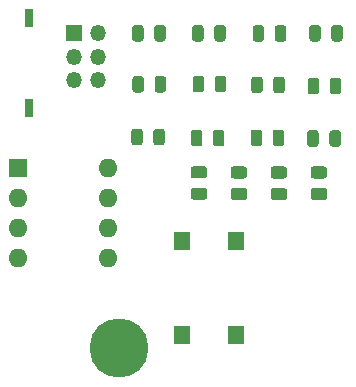
<source format=gbr>
%TF.GenerationSoftware,KiCad,Pcbnew,(5.1.8)-1*%
%TF.CreationDate,2021-03-25T23:04:17+02:00*%
%TF.ProjectId,charlie_keychain,63686172-6c69-4655-9f6b-657963686169,rev?*%
%TF.SameCoordinates,Original*%
%TF.FileFunction,Soldermask,Top*%
%TF.FilePolarity,Negative*%
%FSLAX46Y46*%
G04 Gerber Fmt 4.6, Leading zero omitted, Abs format (unit mm)*
G04 Created by KiCad (PCBNEW (5.1.8)-1) date 2021-03-25 23:04:17*
%MOMM*%
%LPD*%
G01*
G04 APERTURE LIST*
%ADD10O,1.600000X1.600000*%
%ADD11R,1.600000X1.600000*%
%ADD12C,5.000000*%
%ADD13C,2.900000*%
%ADD14O,1.350000X1.350000*%
%ADD15R,1.350000X1.350000*%
%ADD16R,1.400000X1.600000*%
%ADD17R,0.760000X1.600000*%
G04 APERTURE END LIST*
D10*
%TO.C,U1*%
X113366618Y-69850000D03*
X105746618Y-77470000D03*
X113366618Y-72390000D03*
X105746618Y-74930000D03*
X113366618Y-74930000D03*
X105746618Y-72390000D03*
X113366618Y-77470000D03*
D11*
X105746618Y-69850000D03*
%TD*%
D12*
%TO.C,H1*%
X114300000Y-85090000D03*
D13*
X114300000Y-85090000D03*
%TD*%
D14*
%TO.C,J1*%
X112490000Y-62420000D03*
X110490000Y-62420000D03*
X112490000Y-60420000D03*
X110490000Y-60420000D03*
X112490000Y-58420000D03*
D15*
X110490000Y-58420000D03*
%TD*%
D16*
%TO.C,SW2*%
X119670000Y-76010000D03*
X119670000Y-84010000D03*
X124170000Y-76010000D03*
X124170000Y-84010000D03*
%TD*%
D17*
%TO.C,SW1*%
X106680000Y-64770000D03*
X106680000Y-57150000D03*
%TD*%
%TO.C,R4*%
G36*
G01*
X128288445Y-70720000D02*
X127388441Y-70720000D01*
G75*
G02*
X127138443Y-70470002I0J249998D01*
G01*
X127138443Y-69944998D01*
G75*
G02*
X127388441Y-69695000I249998J0D01*
G01*
X128288445Y-69695000D01*
G75*
G02*
X128538443Y-69944998I0J-249998D01*
G01*
X128538443Y-70470002D01*
G75*
G02*
X128288445Y-70720000I-249998J0D01*
G01*
G37*
G36*
G01*
X128288445Y-72545000D02*
X127388441Y-72545000D01*
G75*
G02*
X127138443Y-72295002I0J249998D01*
G01*
X127138443Y-71769998D01*
G75*
G02*
X127388441Y-71520000I249998J0D01*
G01*
X128288445Y-71520000D01*
G75*
G02*
X128538443Y-71769998I0J-249998D01*
G01*
X128538443Y-72295002D01*
G75*
G02*
X128288445Y-72545000I-249998J0D01*
G01*
G37*
%TD*%
%TO.C,R3*%
G36*
G01*
X130779585Y-71520000D02*
X131679589Y-71520000D01*
G75*
G02*
X131929587Y-71769998I0J-249998D01*
G01*
X131929587Y-72295002D01*
G75*
G02*
X131679589Y-72545000I-249998J0D01*
G01*
X130779585Y-72545000D01*
G75*
G02*
X130529587Y-72295002I0J249998D01*
G01*
X130529587Y-71769998D01*
G75*
G02*
X130779585Y-71520000I249998J0D01*
G01*
G37*
G36*
G01*
X130779585Y-69695000D02*
X131679589Y-69695000D01*
G75*
G02*
X131929587Y-69944998I0J-249998D01*
G01*
X131929587Y-70470002D01*
G75*
G02*
X131679589Y-70720000I-249998J0D01*
G01*
X130779585Y-70720000D01*
G75*
G02*
X130529587Y-70470002I0J249998D01*
G01*
X130529587Y-69944998D01*
G75*
G02*
X130779585Y-69695000I249998J0D01*
G01*
G37*
%TD*%
%TO.C,R2*%
G36*
G01*
X124009998Y-71520000D02*
X124910002Y-71520000D01*
G75*
G02*
X125160000Y-71769998I0J-249998D01*
G01*
X125160000Y-72295002D01*
G75*
G02*
X124910002Y-72545000I-249998J0D01*
G01*
X124009998Y-72545000D01*
G75*
G02*
X123760000Y-72295002I0J249998D01*
G01*
X123760000Y-71769998D01*
G75*
G02*
X124009998Y-71520000I249998J0D01*
G01*
G37*
G36*
G01*
X124009998Y-69695000D02*
X124910002Y-69695000D01*
G75*
G02*
X125160000Y-69944998I0J-249998D01*
G01*
X125160000Y-70470002D01*
G75*
G02*
X124910002Y-70720000I-249998J0D01*
G01*
X124009998Y-70720000D01*
G75*
G02*
X123760000Y-70470002I0J249998D01*
G01*
X123760000Y-69944998D01*
G75*
G02*
X124009998Y-69695000I249998J0D01*
G01*
G37*
%TD*%
%TO.C,R1*%
G36*
G01*
X120616496Y-71507116D02*
X121516500Y-71507116D01*
G75*
G02*
X121766498Y-71757114I0J-249998D01*
G01*
X121766498Y-72282118D01*
G75*
G02*
X121516500Y-72532116I-249998J0D01*
G01*
X120616496Y-72532116D01*
G75*
G02*
X120366498Y-72282118I0J249998D01*
G01*
X120366498Y-71757114D01*
G75*
G02*
X120616496Y-71507116I249998J0D01*
G01*
G37*
G36*
G01*
X120616496Y-69682116D02*
X121516500Y-69682116D01*
G75*
G02*
X121766498Y-69932114I0J-249998D01*
G01*
X121766498Y-70457118D01*
G75*
G02*
X121516500Y-70707116I-249998J0D01*
G01*
X120616496Y-70707116D01*
G75*
G02*
X120366498Y-70457118I0J249998D01*
G01*
X120366498Y-69932114D01*
G75*
G02*
X120616496Y-69682116I249998J0D01*
G01*
G37*
%TD*%
%TO.C,D12*%
G36*
G01*
X132116944Y-67788084D02*
X132116944Y-66875584D01*
G75*
G02*
X132360694Y-66631834I243750J0D01*
G01*
X132848194Y-66631834D01*
G75*
G02*
X133091944Y-66875584I0J-243750D01*
G01*
X133091944Y-67788084D01*
G75*
G02*
X132848194Y-68031834I-243750J0D01*
G01*
X132360694Y-68031834D01*
G75*
G02*
X132116944Y-67788084I0J243750D01*
G01*
G37*
G36*
G01*
X130241944Y-67788084D02*
X130241944Y-66875584D01*
G75*
G02*
X130485694Y-66631834I243750J0D01*
G01*
X130973194Y-66631834D01*
G75*
G02*
X131216944Y-66875584I0J-243750D01*
G01*
X131216944Y-67788084D01*
G75*
G02*
X130973194Y-68031834I-243750J0D01*
G01*
X130485694Y-68031834D01*
G75*
G02*
X130241944Y-67788084I0J243750D01*
G01*
G37*
%TD*%
%TO.C,D11*%
G36*
G01*
X127316175Y-67731894D02*
X127316175Y-66819394D01*
G75*
G02*
X127559925Y-66575644I243750J0D01*
G01*
X128047425Y-66575644D01*
G75*
G02*
X128291175Y-66819394I0J-243750D01*
G01*
X128291175Y-67731894D01*
G75*
G02*
X128047425Y-67975644I-243750J0D01*
G01*
X127559925Y-67975644D01*
G75*
G02*
X127316175Y-67731894I0J243750D01*
G01*
G37*
G36*
G01*
X125441175Y-67731894D02*
X125441175Y-66819394D01*
G75*
G02*
X125684925Y-66575644I243750J0D01*
G01*
X126172425Y-66575644D01*
G75*
G02*
X126416175Y-66819394I0J-243750D01*
G01*
X126416175Y-67731894D01*
G75*
G02*
X126172425Y-67975644I-243750J0D01*
G01*
X125684925Y-67975644D01*
G75*
G02*
X125441175Y-67731894I0J243750D01*
G01*
G37*
%TD*%
%TO.C,D10*%
G36*
G01*
X122260814Y-67758763D02*
X122260814Y-66846263D01*
G75*
G02*
X122504564Y-66602513I243750J0D01*
G01*
X122992064Y-66602513D01*
G75*
G02*
X123235814Y-66846263I0J-243750D01*
G01*
X123235814Y-67758763D01*
G75*
G02*
X122992064Y-68002513I-243750J0D01*
G01*
X122504564Y-68002513D01*
G75*
G02*
X122260814Y-67758763I0J243750D01*
G01*
G37*
G36*
G01*
X120385814Y-67758763D02*
X120385814Y-66846263D01*
G75*
G02*
X120629564Y-66602513I243750J0D01*
G01*
X121117064Y-66602513D01*
G75*
G02*
X121360814Y-66846263I0J-243750D01*
G01*
X121360814Y-67758763D01*
G75*
G02*
X121117064Y-68002513I-243750J0D01*
G01*
X120629564Y-68002513D01*
G75*
G02*
X120385814Y-67758763I0J243750D01*
G01*
G37*
%TD*%
%TO.C,D9*%
G36*
G01*
X117214569Y-67668030D02*
X117214569Y-66755530D01*
G75*
G02*
X117458319Y-66511780I243750J0D01*
G01*
X117945819Y-66511780D01*
G75*
G02*
X118189569Y-66755530I0J-243750D01*
G01*
X118189569Y-67668030D01*
G75*
G02*
X117945819Y-67911780I-243750J0D01*
G01*
X117458319Y-67911780D01*
G75*
G02*
X117214569Y-67668030I0J243750D01*
G01*
G37*
G36*
G01*
X115339569Y-67668030D02*
X115339569Y-66755530D01*
G75*
G02*
X115583319Y-66511780I243750J0D01*
G01*
X116070819Y-66511780D01*
G75*
G02*
X116314569Y-66755530I0J-243750D01*
G01*
X116314569Y-67668030D01*
G75*
G02*
X116070819Y-67911780I-243750J0D01*
G01*
X115583319Y-67911780D01*
G75*
G02*
X115339569Y-67668030I0J243750D01*
G01*
G37*
%TD*%
%TO.C,D8*%
G36*
G01*
X132140854Y-63346011D02*
X132140854Y-62433511D01*
G75*
G02*
X132384604Y-62189761I243750J0D01*
G01*
X132872104Y-62189761D01*
G75*
G02*
X133115854Y-62433511I0J-243750D01*
G01*
X133115854Y-63346011D01*
G75*
G02*
X132872104Y-63589761I-243750J0D01*
G01*
X132384604Y-63589761D01*
G75*
G02*
X132140854Y-63346011I0J243750D01*
G01*
G37*
G36*
G01*
X130265854Y-63346011D02*
X130265854Y-62433511D01*
G75*
G02*
X130509604Y-62189761I243750J0D01*
G01*
X130997104Y-62189761D01*
G75*
G02*
X131240854Y-62433511I0J-243750D01*
G01*
X131240854Y-63346011D01*
G75*
G02*
X130997104Y-63589761I-243750J0D01*
G01*
X130509604Y-63589761D01*
G75*
G02*
X130265854Y-63346011I0J243750D01*
G01*
G37*
%TD*%
%TO.C,D7*%
G36*
G01*
X127361722Y-63256081D02*
X127361722Y-62343581D01*
G75*
G02*
X127605472Y-62099831I243750J0D01*
G01*
X128092972Y-62099831D01*
G75*
G02*
X128336722Y-62343581I0J-243750D01*
G01*
X128336722Y-63256081D01*
G75*
G02*
X128092972Y-63499831I-243750J0D01*
G01*
X127605472Y-63499831D01*
G75*
G02*
X127361722Y-63256081I0J243750D01*
G01*
G37*
G36*
G01*
X125486722Y-63256081D02*
X125486722Y-62343581D01*
G75*
G02*
X125730472Y-62099831I243750J0D01*
G01*
X126217972Y-62099831D01*
G75*
G02*
X126461722Y-62343581I0J-243750D01*
G01*
X126461722Y-63256081D01*
G75*
G02*
X126217972Y-63499831I-243750J0D01*
G01*
X125730472Y-63499831D01*
G75*
G02*
X125486722Y-63256081I0J243750D01*
G01*
G37*
%TD*%
%TO.C,D6*%
G36*
G01*
X122408541Y-63191845D02*
X122408541Y-62279345D01*
G75*
G02*
X122652291Y-62035595I243750J0D01*
G01*
X123139791Y-62035595D01*
G75*
G02*
X123383541Y-62279345I0J-243750D01*
G01*
X123383541Y-63191845D01*
G75*
G02*
X123139791Y-63435595I-243750J0D01*
G01*
X122652291Y-63435595D01*
G75*
G02*
X122408541Y-63191845I0J243750D01*
G01*
G37*
G36*
G01*
X120533541Y-63191845D02*
X120533541Y-62279345D01*
G75*
G02*
X120777291Y-62035595I243750J0D01*
G01*
X121264791Y-62035595D01*
G75*
G02*
X121508541Y-62279345I0J-243750D01*
G01*
X121508541Y-63191845D01*
G75*
G02*
X121264791Y-63435595I-243750J0D01*
G01*
X120777291Y-63435595D01*
G75*
G02*
X120533541Y-63191845I0J243750D01*
G01*
G37*
%TD*%
%TO.C,D5*%
G36*
G01*
X127487127Y-58895742D02*
X127487127Y-57983242D01*
G75*
G02*
X127730877Y-57739492I243750J0D01*
G01*
X128218377Y-57739492D01*
G75*
G02*
X128462127Y-57983242I0J-243750D01*
G01*
X128462127Y-58895742D01*
G75*
G02*
X128218377Y-59139492I-243750J0D01*
G01*
X127730877Y-59139492D01*
G75*
G02*
X127487127Y-58895742I0J243750D01*
G01*
G37*
G36*
G01*
X125612127Y-58895742D02*
X125612127Y-57983242D01*
G75*
G02*
X125855877Y-57739492I243750J0D01*
G01*
X126343377Y-57739492D01*
G75*
G02*
X126587127Y-57983242I0J-243750D01*
G01*
X126587127Y-58895742D01*
G75*
G02*
X126343377Y-59139492I-243750J0D01*
G01*
X125855877Y-59139492D01*
G75*
G02*
X125612127Y-58895742I0J243750D01*
G01*
G37*
%TD*%
%TO.C,D4*%
G36*
G01*
X132282292Y-58876250D02*
X132282292Y-57963750D01*
G75*
G02*
X132526042Y-57720000I243750J0D01*
G01*
X133013542Y-57720000D01*
G75*
G02*
X133257292Y-57963750I0J-243750D01*
G01*
X133257292Y-58876250D01*
G75*
G02*
X133013542Y-59120000I-243750J0D01*
G01*
X132526042Y-59120000D01*
G75*
G02*
X132282292Y-58876250I0J243750D01*
G01*
G37*
G36*
G01*
X130407292Y-58876250D02*
X130407292Y-57963750D01*
G75*
G02*
X130651042Y-57720000I243750J0D01*
G01*
X131138542Y-57720000D01*
G75*
G02*
X131382292Y-57963750I0J-243750D01*
G01*
X131382292Y-58876250D01*
G75*
G02*
X131138542Y-59120000I-243750J0D01*
G01*
X130651042Y-59120000D01*
G75*
G02*
X130407292Y-58876250I0J243750D01*
G01*
G37*
%TD*%
%TO.C,D3*%
G36*
G01*
X117319487Y-63201481D02*
X117319487Y-62288981D01*
G75*
G02*
X117563237Y-62045231I243750J0D01*
G01*
X118050737Y-62045231D01*
G75*
G02*
X118294487Y-62288981I0J-243750D01*
G01*
X118294487Y-63201481D01*
G75*
G02*
X118050737Y-63445231I-243750J0D01*
G01*
X117563237Y-63445231D01*
G75*
G02*
X117319487Y-63201481I0J243750D01*
G01*
G37*
G36*
G01*
X115444487Y-63201481D02*
X115444487Y-62288981D01*
G75*
G02*
X115688237Y-62045231I243750J0D01*
G01*
X116175737Y-62045231D01*
G75*
G02*
X116419487Y-62288981I0J-243750D01*
G01*
X116419487Y-63201481D01*
G75*
G02*
X116175737Y-63445231I-243750J0D01*
G01*
X115688237Y-63445231D01*
G75*
G02*
X115444487Y-63201481I0J243750D01*
G01*
G37*
%TD*%
%TO.C,D2*%
G36*
G01*
X122370000Y-58876250D02*
X122370000Y-57963750D01*
G75*
G02*
X122613750Y-57720000I243750J0D01*
G01*
X123101250Y-57720000D01*
G75*
G02*
X123345000Y-57963750I0J-243750D01*
G01*
X123345000Y-58876250D01*
G75*
G02*
X123101250Y-59120000I-243750J0D01*
G01*
X122613750Y-59120000D01*
G75*
G02*
X122370000Y-58876250I0J243750D01*
G01*
G37*
G36*
G01*
X120495000Y-58876250D02*
X120495000Y-57963750D01*
G75*
G02*
X120738750Y-57720000I243750J0D01*
G01*
X121226250Y-57720000D01*
G75*
G02*
X121470000Y-57963750I0J-243750D01*
G01*
X121470000Y-58876250D01*
G75*
G02*
X121226250Y-59120000I-243750J0D01*
G01*
X120738750Y-59120000D01*
G75*
G02*
X120495000Y-58876250I0J243750D01*
G01*
G37*
%TD*%
%TO.C,D1*%
G36*
G01*
X117290000Y-58876250D02*
X117290000Y-57963750D01*
G75*
G02*
X117533750Y-57720000I243750J0D01*
G01*
X118021250Y-57720000D01*
G75*
G02*
X118265000Y-57963750I0J-243750D01*
G01*
X118265000Y-58876250D01*
G75*
G02*
X118021250Y-59120000I-243750J0D01*
G01*
X117533750Y-59120000D01*
G75*
G02*
X117290000Y-58876250I0J243750D01*
G01*
G37*
G36*
G01*
X115415000Y-58876250D02*
X115415000Y-57963750D01*
G75*
G02*
X115658750Y-57720000I243750J0D01*
G01*
X116146250Y-57720000D01*
G75*
G02*
X116390000Y-57963750I0J-243750D01*
G01*
X116390000Y-58876250D01*
G75*
G02*
X116146250Y-59120000I-243750J0D01*
G01*
X115658750Y-59120000D01*
G75*
G02*
X115415000Y-58876250I0J243750D01*
G01*
G37*
%TD*%
M02*

</source>
